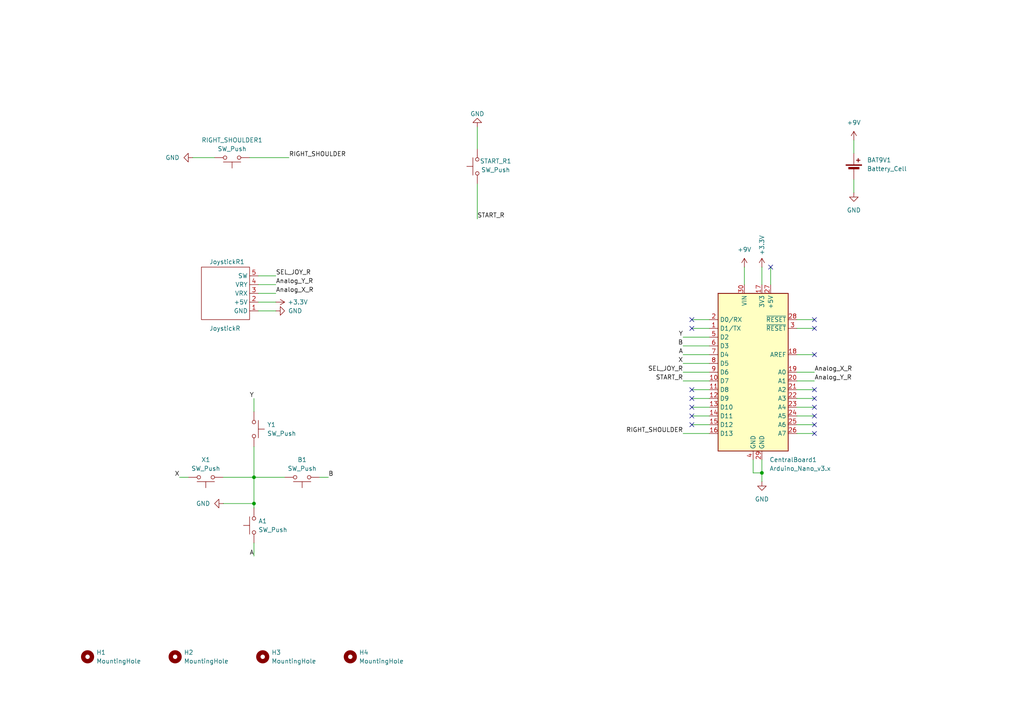
<source format=kicad_sch>
(kicad_sch (version 20231120) (generator "eeschema") (generator_version "8.0")
  (paper "A4")
  (title_block (title "Right Bluetooth Controller PCB") (date "2024-05-08") (rev "V01") (company "Instituto Superior Técnico") (comment 4 "Author: João Duarte"))
  (lib_symbols
    (symbol "Device:Battery_Cell" (pin_numbers hide) (pin_names (offset 0) hide)
      (property "Reference" "BT" (at 2.54 2.54 0))
      (property "Value" "Battery_Cell" (at 2.54 0 0))
      (symbol "Battery_Cell_0_1"
        (rectangle (start -2.286 1.778) (end 2.286 1.524) (fill (type outline)))
        (rectangle (start -1.524 1.016) (end 1.524 0.508) (fill (type outline)))
        (polyline (pts (xy 0 0.762) (xy 0 0)))
        (polyline (pts (xy 0 1.778) (xy 0 2.54)))
        (polyline (pts (xy 0.762 3.048) (xy 1.778 3.048)) (stroke (width 0.254)))
        (polyline (pts (xy 1.27 3.556) (xy 1.27 2.54)) (stroke (width 0.254)))
      )
      (symbol "Battery_Cell_1_1"
        (pin passive line (at 0 5.08 270) (length 2.54) (name "+") (number "1"))
        (pin passive line (at 0 -2.54 90) (length 2.54) (name "-") (number "2"))
      )
    )
    (symbol "Joystick:Joystick"
      (property "Reference" "U" (at -0.762 9.144 0))
      (symbol "Joystick_0_1"
        (rectangle (start -7.62 7.62) (end 6.35 -7.62))
      )
      (symbol "Joystick_1_1"
        (pin input line (at -10.16 5.08 0) (length 2.54) (name "GND") (number "1"))
        (pin input line (at -10.16 2.54 0) (length 2.54) (name "+5V") (number "2"))
        (pin output line (at -10.16 0 0) (length 2.54) (name "VRX") (number "3"))
        (pin output line (at -10.16 -2.54 0) (length 2.54) (name "VRY") (number "4"))
        (pin output line (at -10.16 -5.08 0) (length 2.54) (name "SW") (number "5"))
      )
    )
    (symbol "MCU_Module:Arduino_Nano_v3.x"
      (property "Reference" "A" (at -10.16 23.495 0))
      (property "Value" "Arduino_Nano_v3.x" (at 5.08 -24.13 0))
      (symbol "Arduino_Nano_v3.x_0_1"
        (rectangle (start -10.16 22.86) (end 10.16 -22.86) (stroke (width 0.254)) (fill (type background)))
      )
      (symbol "Arduino_Nano_v3.x_1_1"
        (pin bidirectional line (at -12.7 12.7 0) (length 2.54) (name "D1/TX") (number "1"))
        (pin bidirectional line (at -12.7 -2.54 0) (length 2.54) (name "D7") (number "10"))
        (pin bidirectional line (at -12.7 -5.08 0) (length 2.54) (name "D8") (number "11"))
        (pin bidirectional line (at -12.7 -7.62 0) (length 2.54) (name "D9") (number "12"))
        (pin bidirectional line (at -12.7 -10.16 0) (length 2.54) (name "D10") (number "13"))
        (pin bidirectional line (at -12.7 -12.7 0) (length 2.54) (name "D11") (number "14"))
        (pin bidirectional line (at -12.7 -15.24 0) (length 2.54) (name "D12") (number "15"))
        (pin bidirectional line (at -12.7 -17.78 0) (length 2.54) (name "D13") (number "16"))
        (pin power_out line (at 2.54 25.4 270) (length 2.54) (name "3V3") (number "17"))
        (pin input line (at 12.7 5.08 180) (length 2.54) (name "AREF") (number "18"))
        (pin bidirectional line (at 12.7 0 180) (length 2.54) (name "A0") (number "19"))
        (pin bidirectional line (at -12.7 15.24 0) (length 2.54) (name "D0/RX") (number "2"))
        (pin bidirectional line (at 12.7 -2.54 180) (length 2.54) (name "A1") (number "20"))
        (pin bidirectional line (at 12.7 -5.08 180) (length 2.54) (name "A2") (number "21"))
        (pin bidirectional line (at 12.7 -7.62 180) (length 2.54) (name "A3") (number "22"))
        (pin bidirectional line (at 12.7 -10.16 180) (length 2.54) (name "A4") (number "23"))
        (pin bidirectional line (at 12.7 -12.7 180) (length 2.54) (name "A5") (number "24"))
        (pin bidirectional line (at 12.7 -15.24 180) (length 2.54) (name "A6") (number "25"))
        (pin bidirectional line (at 12.7 -17.78 180) (length 2.54) (name "A7") (number "26"))
        (pin power_out line (at 5.08 25.4 270) (length 2.54) (name "+5V") (number "27"))
        (pin input line (at 12.7 15.24 180) (length 2.54) (name "~{RESET}") (number "28"))
        (pin power_in line (at 2.54 -25.4 90) (length 2.54) (name "GND") (number "29"))
        (pin input line (at 12.7 12.7 180) (length 2.54) (name "~{RESET}") (number "3"))
        (pin power_in line (at -2.54 25.4 270) (length 2.54) (name "VIN") (number "30"))
        (pin power_in line (at 0 -25.4 90) (length 2.54) (name "GND") (number "4"))
        (pin bidirectional line (at -12.7 10.16 0) (length 2.54) (name "D2") (number "5"))
        (pin bidirectional line (at -12.7 7.62 0) (length 2.54) (name "D3") (number "6"))
        (pin bidirectional line (at -12.7 5.08 0) (length 2.54) (name "D4") (number "7"))
        (pin bidirectional line (at -12.7 2.54 0) (length 2.54) (name "D5") (number "8"))
        (pin bidirectional line (at -12.7 0 0) (length 2.54) (name "D6") (number "9"))
      )
    )
    (symbol "Mechanical:MountingHole" (pin_names (offset 1.016)) (exclude_from_sim yes) (in_bom no)
      (property "Reference" "H" (at 0 5.08 0))
      (property "Value" "MountingHole" (at 0 3.175 0))
      (symbol "MountingHole_0_1"
        (circle (center 0 0) (radius 1.27) (stroke (width 1.27)))
      )
    )
    (symbol "Switch:SW_Push" (pin_numbers hide) (pin_names (offset 1.016) hide)
      (property "Reference" "SW" (at 1.27 2.54 0))
      (property "Value" "SW_Push" (at 0 -1.524 0))
      (symbol "SW_Push_0_1"
        (circle (center -2.032 0) (radius 0.508))
        (polyline (pts (xy 0 1.27) (xy 0 3.048)))
        (polyline (pts (xy 2.54 1.27) (xy -2.54 1.27)))
        (circle (center 2.032 0) (radius 0.508))
        (pin passive line (at -5.08 0 0) (length 2.54) (name "1") (number "1"))
        (pin passive line (at 5.08 0 180) (length 2.54) (name "2") (number "2"))
      )
    )
    (symbol "power:+3.3V" (power) (pin_numbers hide) (pin_names (offset 0) hide)
      (property "Value" "+3.3V" (at 0 3.556 0))
      (symbol "+3.3V_0_1"
        (polyline (pts (xy -0.762 1.27) (xy 0 2.54)))
        (polyline (pts (xy 0 0) (xy 0 2.54)))
        (polyline (pts (xy 0 2.54) (xy 0.762 1.27)))
      )
      (symbol "+3.3V_1_1"
        (pin power_in line (at 0 0 90) (length 0) (name "~") (number "1"))
      )
    )
    (symbol "power:+9V" (power) (pin_numbers hide) (pin_names (offset 0) hide)
      (property "Value" "+9V" (at 0 3.556 0))
      (symbol "+9V_0_1"
        (polyline (pts (xy -0.762 1.27) (xy 0 2.54)))
        (polyline (pts (xy 0 0) (xy 0 2.54)))
        (polyline (pts (xy 0 2.54) (xy 0.762 1.27)))
      )
      (symbol "+9V_1_1"
        (pin power_in line (at 0 0 90) (length 0) (name "~") (number "1"))
      )
    )
    (symbol "power:GND" (power) (pin_numbers hide) (pin_names (offset 0) hide)
      (property "Value" "GND" (at 0 -3.81 0))
      (symbol "GND_0_1"
        (polyline (pts (xy 0 0) (xy 0 -1.27) (xy 1.27 -1.27) (xy 0 -2.54) (xy -1.27 -1.27) (xy 0 -1.27)))
      )
      (symbol "GND_1_1"
        (pin power_in line (at 0 0 270) (length 0) (name "~") (number "1"))
      )
    )
  )
  (junction (at 220.98 137.16))
  (junction (at 73.66 138.43))
  (junction (at 73.66 146.05))
  (no_connect (at 223.52 77.47))
  (no_connect (at 200.66 115.57))
  (no_connect (at 236.22 123.19))
  (no_connect (at 236.22 125.73))
  (no_connect (at 200.66 118.11))
  (no_connect (at 236.22 92.71))
  (no_connect (at 200.66 95.25))
  (no_connect (at 236.22 120.65))
  (no_connect (at 236.22 113.03))
  (no_connect (at 236.22 118.11))
  (no_connect (at 236.22 102.87))
  (no_connect (at 236.22 115.57))
  (no_connect (at 200.66 92.71))
  (no_connect (at 200.66 113.03))
  (no_connect (at 200.66 120.65))
  (no_connect (at 200.66 123.19))
  (no_connect (at 236.22 95.25))
  (wire (pts (xy 80.01 82.55) (xy 74.93 82.55)))
  (wire (pts (xy 218.44 133.35) (xy 218.44 137.16)))
  (wire (pts (xy 73.66 157.48) (xy 73.66 161.29)))
  (wire (pts (xy 198.12 102.87) (xy 205.74 102.87)))
  (wire (pts (xy 231.14 125.73) (xy 236.22 125.73)))
  (wire (pts (xy 205.74 92.71) (xy 200.66 92.71)))
  (wire (pts (xy 231.14 92.71) (xy 236.22 92.71)))
  (wire (pts (xy 200.66 120.65) (xy 205.74 120.65)))
  (wire (pts (xy 236.22 123.19) (xy 231.14 123.19)))
  (wire (pts (xy 231.14 115.57) (xy 236.22 115.57)))
  (wire (pts (xy 74.93 90.17) (xy 80.01 90.17)))
  (wire (pts (xy 231.14 120.65) (xy 236.22 120.65)))
  (wire (pts (xy 64.77 138.43) (xy 73.66 138.43)))
  (wire (pts (xy 198.12 105.41) (xy 205.74 105.41)))
  (wire (pts (xy 205.74 95.25) (xy 200.66 95.25)))
  (wire (pts (xy 231.14 95.25) (xy 236.22 95.25)))
  (wire (pts (xy 198.12 110.49) (xy 205.74 110.49)))
  (wire (pts (xy 73.66 129.54) (xy 73.66 138.43)))
  (wire (pts (xy 198.12 97.79) (xy 205.74 97.79)))
  (wire (pts (xy 200.66 123.19) (xy 205.74 123.19)))
  (wire (pts (xy 52.07 138.43) (xy 54.61 138.43)))
  (wire (pts (xy 231.14 110.49) (xy 236.22 110.49)))
  (wire (pts (xy 198.12 125.73) (xy 205.74 125.73)))
  (wire (pts (xy 198.12 107.95) (xy 205.74 107.95)))
  (wire (pts (xy 231.14 107.95) (xy 236.22 107.95)))
  (wire (pts (xy 200.66 113.03) (xy 205.74 113.03)))
  (wire (pts (xy 247.65 52.07) (xy 247.65 55.88)))
  (wire (pts (xy 73.66 115.57) (xy 73.66 119.38)))
  (wire (pts (xy 72.39 45.72) (xy 83.82 45.72)))
  (wire (pts (xy 231.14 102.87) (xy 236.22 102.87)))
  (wire (pts (xy 73.66 138.43) (xy 82.55 138.43)))
  (wire (pts (xy 138.43 36.83) (xy 138.43 43.18)))
  (wire (pts (xy 220.98 133.35) (xy 220.98 137.16)))
  (wire (pts (xy 200.66 115.57) (xy 205.74 115.57)))
  (wire (pts (xy 73.66 146.05) (xy 73.66 147.32)))
  (wire (pts (xy 220.98 77.47) (xy 220.98 82.55)))
  (wire (pts (xy 138.43 53.34) (xy 138.43 63.5)))
  (wire (pts (xy 55.88 45.72) (xy 62.23 45.72)))
  (wire (pts (xy 247.65 40.64) (xy 247.65 44.45)))
  (wire (pts (xy 74.93 87.63) (xy 80.01 87.63)))
  (wire (pts (xy 223.52 82.55) (xy 223.52 77.47)))
  (wire (pts (xy 198.12 100.33) (xy 205.74 100.33)))
  (wire (pts (xy 92.71 138.43) (xy 95.25 138.43)))
  (wire (pts (xy 218.44 137.16) (xy 220.98 137.16)))
  (wire (pts (xy 64.77 146.05) (xy 73.66 146.05)))
  (wire (pts (xy 231.14 113.03) (xy 236.22 113.03)))
  (wire (pts (xy 73.66 138.43) (xy 73.66 146.05)))
  (wire (pts (xy 220.98 137.16) (xy 220.98 139.7)))
  (wire (pts (xy 80.01 85.09) (xy 74.93 85.09)))
  (wire (pts (xy 200.66 118.11) (xy 205.74 118.11)))
  (wire (pts (xy 74.93 80.01) (xy 80.01 80.01)))
  (wire (pts (xy 231.14 118.11) (xy 236.22 118.11)))
  (wire (pts (xy 215.9 82.55) (xy 215.9 77.47)))
  (label "B" (at 198.12 100.33 180))
  (label "Analog_X_R" (at 80.01 85.09 0))
  (label "START_R" (at 198.12 110.49 180))
  (label "Analog_Y_R" (at 80.01 82.55 0))
  (label "A" (at 73.66 161.29 180))
  (label "Analog_Y_R" (at 236.22 110.49 0))
  (label "B" (at 95.25 138.43 0))
  (label "SEL_JOY_R" (at 80.01 80.01 0))
  (label "X" (at 52.07 138.43 180))
  (label "Analog_X_R" (at 236.22 107.95 0))
  (label "Y" (at 73.66 115.57 180))
  (label "SEL_JOY_R" (at 198.12 107.95 180))
  (label "RIGHT_SHOULDER" (at 83.82 45.72 0))
  (label "X" (at 198.12 105.41 180))
  (label "Y" (at 198.12 97.79 180))
  (label "START_R" (at 138.43 63.5 0))
  (label "A" (at 198.12 102.87 180))
  (label "RIGHT_SHOULDER" (at 198.12 125.73 180))
  (symbol (lib_id "Mechanical:MountingHole") (at 101.6 190.5 0) (unit 1) (exclude_from_sim yes) (in_bom no)
    (property "Reference" "H4" (at 104.14 189.2299 0) (effects (justify left)))
    (property "Value" "MountingHole" (at 104.14 191.7699 0) (effects (justify left)))
    (property "Footprint" "MountingHole:MountingHole_3mm" (effects (hide yes)))
    (property "Description" "Mounting Hole without connection" (effects (hide yes)))
  )
  (symbol (lib_id "power:GND") (at 138.43 36.83 180) (unit 1)
    (property "Reference" "#PWR09" (effects (hide yes)))
    (property "Value" "GND" (at 136.398 33.02 0) (effects (justify right)))
    (property "Description" "Power symbol creates a global label with name \"GND\" , ground" (effects (hide yes)))
  )
  (symbol (lib_id "power:GND") (at 64.77 146.05 270) (unit 1)
    (property "Reference" "#PWR02" (effects (hide yes)))
    (property "Value" "GND" (at 60.96 146.0499 90) (effects (justify right)))
    (property "Description" "Power symbol creates a global label with name \"GND\" , ground" (effects (hide yes)))
  )
  (symbol (lib_id "power:+9V") (at 215.9 77.47 0) (unit 1)
    (property "Reference" "#PWR03" (effects (hide yes)))
    (property "Value" "+9V" (at 215.9 72.39 0))
    (property "Description" "Power symbol creates a global label with name \"+9V\"" (effects (hide yes)))
  )
  (symbol (lib_id "Switch:SW_Push") (at 73.66 124.46 270) (unit 1)
    (property "Reference" "Y1" (at 77.47 123.1899 90) (effects (justify left)))
    (property "Value" "SW_Push" (at 77.47 125.7299 90) (effects (justify left)))
    (property "Footprint" "Button_Switch_THT:SW_PUSH_6mm" (effects (hide yes)))
    (property "Datasheet" "https://www.sunrom.com/download/434.pdf" (effects (hide yes)))
    (property "Description" "Push button switch, generic, two pins" (effects (hide yes)))
  )
  (symbol (lib_id "Switch:SW_Push") (at 138.43 48.26 90) (unit 1)
    (property "Reference" "START_R1" (at 143.764 46.736 90))
    (property "Value" "SW_Push" (at 143.764 49.276 90))
    (property "Footprint" "Button_Switch_THT:SW_PUSH_6mm" (effects (hide yes)))
    (property "Datasheet" "https://www.sunrom.com/download/434.pdf" (effects (hide yes)))
    (property "Description" "Push button switch, generic, two pins" (effects (hide yes)))
  )
  (symbol (lib_id "Switch:SW_Push") (at 73.66 152.4 90) (unit 1)
    (property "Reference" "A1" (at 74.93 151.1299 90) (effects (justify right)))
    (property "Value" "SW_Push" (at 74.93 153.6699 90) (effects (justify right)))
    (property "Footprint" "Button_Switch_THT:SW_PUSH_6mm" (effects (hide yes)))
    (property "Datasheet" "https://www.sunrom.com/download/434.pdf" (effects (hide yes)))
    (property "Description" "Push button switch, generic, two pins" (effects (hide yes)))
  )
  (symbol (lib_id "Mechanical:MountingHole") (at 25.4 190.5 0) (unit 1) (exclude_from_sim yes) (in_bom no)
    (property "Reference" "H1" (at 27.94 189.2299 0) (effects (justify left)))
    (property "Value" "MountingHole" (at 27.94 191.7699 0) (effects (justify left)))
    (property "Footprint" "MountingHole:MountingHole_3mm" (effects (hide yes)))
    (property "Description" "Mounting Hole without connection" (effects (hide yes)))
  )
  (symbol (lib_id "power:+3.3V") (at 80.01 87.63 270) (unit 1)
    (property "Reference" "#PWR07" (effects (hide yes)))
    (property "Value" "+3.3V" (at 86.36 87.63 90))
    (property "Description" "Power symbol creates a global label with name \"+3.3V\"" (effects (hide yes)))
  )
  (symbol (lib_id "Switch:SW_Push") (at 59.69 138.43 180) (unit 1)
    (property "Reference" "X1" (at 59.69 133.35 0))
    (property "Value" "SW_Push" (at 59.69 135.89 0))
    (property "Footprint" "Button_Switch_THT:SW_PUSH_6mm" (effects (hide yes)))
    (property "Datasheet" "https://www.sunrom.com/download/434.pdf" (effects (hide yes)))
    (property "Description" "Push button switch, generic, two pins" (effects (hide yes)))
  )
  (symbol (lib_id "power:GND") (at 55.88 45.72 270) (unit 1)
    (property "Reference" "#PWR04" (effects (hide yes)))
    (property "Value" "GND" (at 52.07 45.7199 90) (effects (justify right)))
    (property "Description" "Power symbol creates a global label with name \"GND\" , ground" (effects (hide yes)))
  )
  (symbol (lib_id "Switch:SW_Push") (at 87.63 138.43 180) (unit 1)
    (property "Reference" "B1" (at 87.63 133.35 0))
    (property "Value" "SW_Push" (at 87.63 135.89 0))
    (property "Footprint" "Button_Switch_THT:SW_PUSH_6mm" (effects (hide yes)))
    (property "Datasheet" "https://www.sunrom.com/download/434.pdf" (effects (hide yes)))
    (property "Description" "Push button switch, generic, two pins" (effects (hide yes)))
  )
  (symbol (lib_id "Switch:SW_Push") (at 67.31 45.72 180) (unit 1)
    (property "Reference" "RIGHT_SHOULDER1" (at 67.31 40.64 0))
    (property "Value" "SW_Push" (at 67.31 43.18 0))
    (property "Footprint" "Button_Switch_THT:SW_PUSH_6mm" (effects (hide yes)))
    (property "Datasheet" "https://www.sunrom.com/download/434.pdf" (effects (hide yes)))
    (property "Description" "Push button switch, generic, two pins" (effects (hide yes)))
  )
  (symbol (lib_id "Mechanical:MountingHole") (at 50.8 190.5 0) (unit 1) (exclude_from_sim yes) (in_bom no)
    (property "Reference" "H2" (at 53.34 189.2299 0) (effects (justify left)))
    (property "Value" "MountingHole" (at 53.34 191.7699 0) (effects (justify left)))
    (property "Footprint" "MountingHole:MountingHole_3mm" (effects (hide yes)))
    (property "Description" "Mounting Hole without connection" (effects (hide yes)))
  )
  (symbol (lib_id "power:GND") (at 80.01 90.17 90) (unit 1)
    (property "Reference" "#PWR06" (effects (hide yes)))
    (property "Value" "GND" (at 83.566 90.17 90) (effects (justify right)))
    (property "Description" "Power symbol creates a global label with name \"GND\" , ground" (effects (hide yes)))
  )
  (symbol (lib_id "Joystick:Joystick") (at 64.77 85.09 180) (unit 1)
    (property "Reference" "JoystickR1" (at 60.706 75.946 0) (effects (justify right)))
    (property "Value" "JoystickR" (at 60.706 95.25 0) (effects (justify right)))
    (property "Footprint" "Controller:Joystick" (effects (hide yes)))
    (property "Datasheet" "https://datasheetspdf.com/pdf-down/K/Y/-/KY-023-Joy-IT.pdf" (effects (hide yes)))
  )
  (symbol (lib_id "Mechanical:MountingHole") (at 76.2 190.5 0) (unit 1) (exclude_from_sim yes) (in_bom no)
    (property "Reference" "H3" (at 78.74 189.2299 0) (effects (justify left)))
    (property "Value" "MountingHole" (at 78.74 191.7699 0) (effects (justify left)))
    (property "Footprint" "MountingHole:MountingHole_3mm" (effects (hide yes)))
    (property "Description" "Mounting Hole without connection" (effects (hide yes)))
  )
  (symbol (lib_id "power:GND") (at 220.98 139.7 0) (unit 1)
    (property "Reference" "#PWR01" (effects (hide yes)))
    (property "Value" "GND" (at 220.98 144.78 0))
    (property "Description" "Power symbol creates a global label with name \"GND\" , ground" (effects (hide yes)))
  )
  (symbol (lib_id "power:+3.3V") (at 220.98 77.47 0) (unit 1)
    (property "Reference" "#PWR010" (effects (hide yes)))
    (property "Value" "+3.3V" (at 220.98 71.12 90))
    (property "Description" "Power symbol creates a global label with name \"+3.3V\"" (effects (hide yes)))
  )
  (symbol (lib_id "power:+9V") (at 247.65 40.64 0) (unit 1)
    (property "Reference" "#PWR08" (effects (hide yes)))
    (property "Value" "+9V" (at 247.65 35.56 0))
    (property "Description" "Power symbol creates a global label with name \"+9V\"" (effects (hide yes)))
  )
  (symbol (lib_id "MCU_Module:Arduino_Nano_v3.x") (at 218.44 107.95 0) (unit 1)
    (property "Reference" "CentralBoard1" (at 223.1741 133.35 0) (effects (justify left)))
    (property "Value" "Arduino_Nano_v3.x" (at 223.1741 135.89 0) (effects (justify left)))
    (property "Footprint" "Module:Arduino_Nano" (effects (hide yes)))
    (property "Datasheet" "https://docs.arduino.cc/resources/datasheets/ABX00083-datasheet.pdf" (effects (hide yes)))
    (property "Description" "Arduino Nano v3.x" (effects (hide yes)))
  )
  (symbol (lib_id "Device:Battery_Cell") (at 247.65 49.53 0) (unit 1)
    (property "Reference" "BAT9V1" (at 251.46 46.4184 0) (effects (justify left)))
    (property "Value" "Battery_Cell" (at 251.46 48.9584 0) (effects (justify left)))
    (property "Footprint" "Battery:BatteryHolder_MPD_BA9VPC_1xPP3" (effects (hide yes)))
    (property "Datasheet" "https://data.energizer.com/pdfs/522.pdf" (effects (hide yes)))
    (property "Description" "Single-cell battery" (effects (hide yes)))
  )
  (symbol (lib_id "power:GND") (at 247.65 55.88 0) (unit 1)
    (property "Reference" "#PWR05" (effects (hide yes)))
    (property "Value" "GND" (at 247.65 60.96 0))
    (property "Description" "Power symbol creates a global label with name \"GND\" , ground" (effects (hide yes)))
  )
)
</source>
